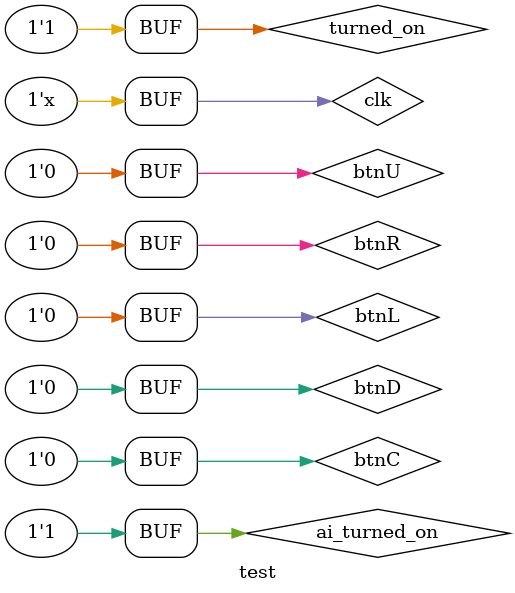
<source format=v>
`timescale 1ns / 1ps


module test();

    reg clk = 1'b0,turned_on = 1'b1, ai_turned_on = 1'b1,btnC = 1'b0,btnU = 1'b0,btnL = 1'b0,btnR = 1'b0,btnD = 1'b0;
    wire [3:0] led;
    wire seg;
    wire [3:0] an;
    wire dp;

    main dut (.clk(clk),.turned_on(turned_on),.ai_turned_on(ai_turned_on),.btnC(btnC),.btnU(btnU),.btnD(btnD),.led(led),.seg(seg),.an(an),.dp(dp));

    always begin
        #5 clk <= ~clk;
    end
    
    initial begin
        #50000 ai_turned_on = 1'b1;
        #5 btnD = 1'b1;
        #10 btnD = 1'b0;
        #50000 btnC = 1'b1;
        #5 btnC = 1'b0;
        #500 btnU = 1'b1;
        #5 btnU = 1'b0;
        #500 btnD = 1'b1;
        #5 btnD = 1'b0;
        #50000 btnC = 1'b1;
        #5 btnC = 1'b0;
        #500_000 btnD = 1'b1;
        #5 btnD = 1'b0;
        #500_000 btnD = 1'b1;
        #5 btnD = 1'b0;
        #500_000 btnD = 1'b1;
        #5 btnD = 1'b0;
    end
    
endmodule

</source>
